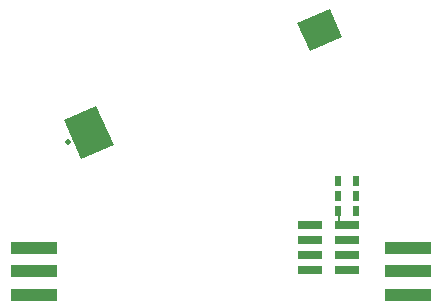
<source format=gbs>
G04 #@! TF.FileFunction,Soldermask,Bot*
%FSLAX46Y46*%
G04 Gerber Fmt 4.6, Leading zero omitted, Abs format (unit mm)*
G04 Created by KiCad (PCBNEW 4.0.0-rc2-stable) date 3/3/2016 4:04:38 PM*
%MOMM*%
G01*
G04 APERTURE LIST*
%ADD10C,0.150000*%
%ADD11R,4.000000X1.000000*%
%ADD12C,0.600000*%
%ADD13C,0.500000*%
%ADD14R,2.000000X0.760000*%
%ADD15R,2.000000X0.740000*%
%ADD16R,0.600000X0.900000*%
%ADD17R,0.200000X0.900000*%
G04 APERTURE END LIST*
D10*
D11*
X80684685Y-50192207D03*
X80684685Y-48192207D03*
X80684685Y-46192207D03*
D12*
X79684685Y-50192207D03*
X79684685Y-48192207D03*
X79684685Y-46192207D03*
D11*
X49020840Y-46192207D03*
X49020840Y-48192207D03*
X49020840Y-50192207D03*
D12*
X50020840Y-46192207D03*
X50020840Y-48192207D03*
X50020840Y-50192207D03*
D10*
G36*
X75107327Y-28330830D02*
X72366690Y-29551040D01*
X71309175Y-27175822D01*
X74049812Y-25955612D01*
X75107327Y-28330830D01*
X75107327Y-28330830D01*
G37*
G36*
X55760823Y-37491767D02*
X53020187Y-38711977D01*
X51555935Y-35423213D01*
X54296571Y-34203003D01*
X55760823Y-37491767D01*
X55760823Y-37491767D01*
G37*
D13*
X51922642Y-37230289D03*
D14*
X72342380Y-44290946D03*
X72342380Y-45560946D03*
X72342380Y-46830946D03*
X72342380Y-48100946D03*
X75542380Y-44290946D03*
X75542380Y-45560946D03*
X75542380Y-46830946D03*
D15*
X75542380Y-48100946D03*
D16*
X76242380Y-43095946D03*
X74742380Y-43095946D03*
X74742380Y-41845946D03*
X76242380Y-41845946D03*
X76242380Y-40595946D03*
X74742380Y-40595946D03*
D17*
X74792380Y-43745946D03*
M02*

</source>
